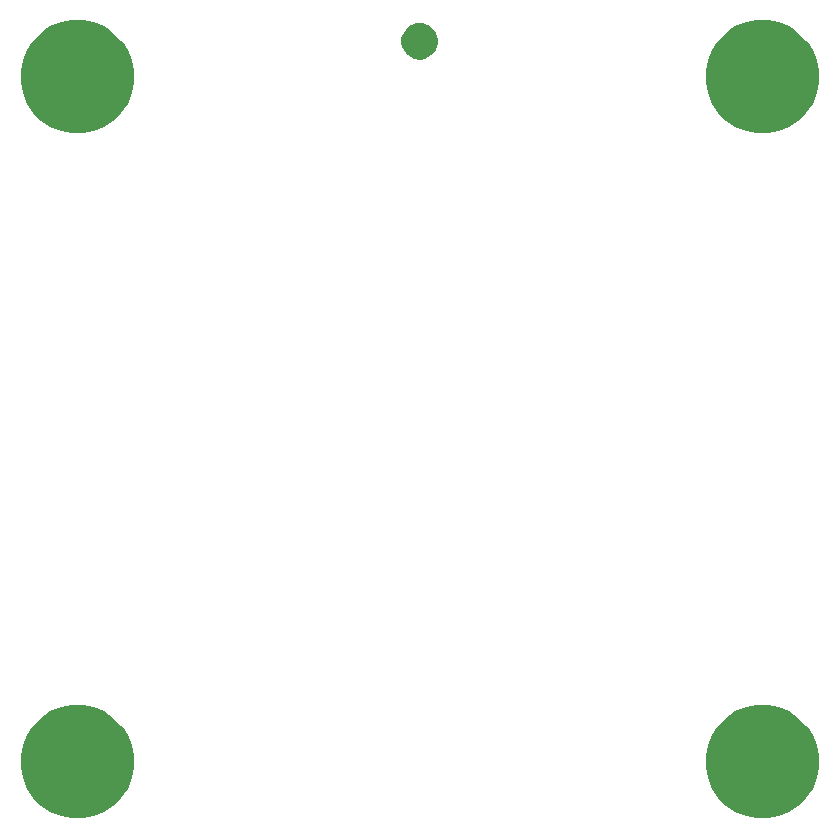
<source format=gbr>
G04 #@! TF.GenerationSoftware,KiCad,Pcbnew,5.1.5+dfsg1-2build2*
G04 #@! TF.CreationDate,2021-12-19T10:03:43+01:00*
G04 #@! TF.ProjectId,Drehko_large_Stator,44726568-6b6f-45f6-9c61-7267655f5374,1.0*
G04 #@! TF.SameCoordinates,Original*
G04 #@! TF.FileFunction,Soldermask,Top*
G04 #@! TF.FilePolarity,Negative*
%FSLAX46Y46*%
G04 Gerber Fmt 4.6, Leading zero omitted, Abs format (unit mm)*
G04 Created by KiCad (PCBNEW 5.1.5+dfsg1-2build2) date 2021-12-19 10:03:43*
%MOMM*%
%LPD*%
G04 APERTURE LIST*
%ADD10C,0.100000*%
G04 APERTURE END LIST*
D10*
G36*
X180400399Y-124383499D02*
G01*
X181274125Y-124745408D01*
X181274126Y-124745409D01*
X182060459Y-125270820D01*
X182729180Y-125939541D01*
X182835727Y-126099000D01*
X183254592Y-126725875D01*
X183616501Y-127599601D01*
X183801000Y-128527141D01*
X183801000Y-129472859D01*
X183616501Y-130400399D01*
X183254592Y-131274125D01*
X183254591Y-131274126D01*
X182729180Y-132060459D01*
X182060459Y-132729180D01*
X181535047Y-133080249D01*
X181274125Y-133254592D01*
X180400399Y-133616501D01*
X179472859Y-133801000D01*
X178527141Y-133801000D01*
X177599601Y-133616501D01*
X176725875Y-133254592D01*
X176464953Y-133080249D01*
X175939541Y-132729180D01*
X175270820Y-132060459D01*
X174745409Y-131274126D01*
X174745408Y-131274125D01*
X174383499Y-130400399D01*
X174199000Y-129472859D01*
X174199000Y-128527141D01*
X174383499Y-127599601D01*
X174745408Y-126725875D01*
X175164273Y-126099000D01*
X175270820Y-125939541D01*
X175939541Y-125270820D01*
X176725874Y-124745409D01*
X176725875Y-124745408D01*
X177599601Y-124383499D01*
X178527141Y-124199000D01*
X179472859Y-124199000D01*
X180400399Y-124383499D01*
G37*
G36*
X122400399Y-124383499D02*
G01*
X123274125Y-124745408D01*
X123274126Y-124745409D01*
X124060459Y-125270820D01*
X124729180Y-125939541D01*
X124835727Y-126099000D01*
X125254592Y-126725875D01*
X125616501Y-127599601D01*
X125801000Y-128527141D01*
X125801000Y-129472859D01*
X125616501Y-130400399D01*
X125254592Y-131274125D01*
X125254591Y-131274126D01*
X124729180Y-132060459D01*
X124060459Y-132729180D01*
X123535047Y-133080249D01*
X123274125Y-133254592D01*
X122400399Y-133616501D01*
X121472859Y-133801000D01*
X120527141Y-133801000D01*
X119599601Y-133616501D01*
X118725875Y-133254592D01*
X118464953Y-133080249D01*
X117939541Y-132729180D01*
X117270820Y-132060459D01*
X116745409Y-131274126D01*
X116745408Y-131274125D01*
X116383499Y-130400399D01*
X116199000Y-129472859D01*
X116199000Y-128527141D01*
X116383499Y-127599601D01*
X116745408Y-126725875D01*
X117164273Y-126099000D01*
X117270820Y-125939541D01*
X117939541Y-125270820D01*
X118725874Y-124745409D01*
X118725875Y-124745408D01*
X119599601Y-124383499D01*
X120527141Y-124199000D01*
X121472859Y-124199000D01*
X122400399Y-124383499D01*
G37*
G36*
X180400399Y-66383499D02*
G01*
X181274125Y-66745408D01*
X181535047Y-66919751D01*
X182060459Y-67270820D01*
X182729180Y-67939541D01*
X182835727Y-68099000D01*
X183254592Y-68725875D01*
X183616501Y-69599601D01*
X183801000Y-70527141D01*
X183801000Y-71472859D01*
X183616501Y-72400399D01*
X183254592Y-73274125D01*
X183254591Y-73274126D01*
X182729180Y-74060459D01*
X182060459Y-74729180D01*
X181535047Y-75080249D01*
X181274125Y-75254592D01*
X180400399Y-75616501D01*
X179472859Y-75801000D01*
X178527141Y-75801000D01*
X177599601Y-75616501D01*
X176725875Y-75254592D01*
X176464953Y-75080249D01*
X175939541Y-74729180D01*
X175270820Y-74060459D01*
X174745409Y-73274126D01*
X174745408Y-73274125D01*
X174383499Y-72400399D01*
X174199000Y-71472859D01*
X174199000Y-70527141D01*
X174383499Y-69599601D01*
X174745408Y-68725875D01*
X175164273Y-68099000D01*
X175270820Y-67939541D01*
X175939541Y-67270820D01*
X176464953Y-66919751D01*
X176725875Y-66745408D01*
X177599601Y-66383499D01*
X178527141Y-66199000D01*
X179472859Y-66199000D01*
X180400399Y-66383499D01*
G37*
G36*
X122400399Y-66383499D02*
G01*
X123274125Y-66745408D01*
X123535047Y-66919751D01*
X124060459Y-67270820D01*
X124729180Y-67939541D01*
X124835727Y-68099000D01*
X125254592Y-68725875D01*
X125616501Y-69599601D01*
X125801000Y-70527141D01*
X125801000Y-71472859D01*
X125616501Y-72400399D01*
X125254592Y-73274125D01*
X125254591Y-73274126D01*
X124729180Y-74060459D01*
X124060459Y-74729180D01*
X123535047Y-75080249D01*
X123274125Y-75254592D01*
X122400399Y-75616501D01*
X121472859Y-75801000D01*
X120527141Y-75801000D01*
X119599601Y-75616501D01*
X118725875Y-75254592D01*
X118464953Y-75080249D01*
X117939541Y-74729180D01*
X117270820Y-74060459D01*
X116745409Y-73274126D01*
X116745408Y-73274125D01*
X116383499Y-72400399D01*
X116199000Y-71472859D01*
X116199000Y-70527141D01*
X116383499Y-69599601D01*
X116745408Y-68725875D01*
X117164273Y-68099000D01*
X117270820Y-67939541D01*
X117939541Y-67270820D01*
X118464953Y-66919751D01*
X118725875Y-66745408D01*
X119599601Y-66383499D01*
X120527141Y-66199000D01*
X121472859Y-66199000D01*
X122400399Y-66383499D01*
G37*
G36*
X150302585Y-66478802D02*
G01*
X150452410Y-66508604D01*
X150734674Y-66625521D01*
X150988705Y-66795259D01*
X151204741Y-67011295D01*
X151374479Y-67265326D01*
X151491396Y-67547590D01*
X151551000Y-67847240D01*
X151551000Y-68152760D01*
X151491396Y-68452410D01*
X151374479Y-68734674D01*
X151204741Y-68988705D01*
X150988705Y-69204741D01*
X150734674Y-69374479D01*
X150452410Y-69491396D01*
X150302585Y-69521198D01*
X150152761Y-69551000D01*
X149847239Y-69551000D01*
X149697415Y-69521198D01*
X149547590Y-69491396D01*
X149265326Y-69374479D01*
X149011295Y-69204741D01*
X148795259Y-68988705D01*
X148625521Y-68734674D01*
X148508604Y-68452410D01*
X148449000Y-68152760D01*
X148449000Y-67847240D01*
X148508604Y-67547590D01*
X148625521Y-67265326D01*
X148795259Y-67011295D01*
X149011295Y-66795259D01*
X149265326Y-66625521D01*
X149547590Y-66508604D01*
X149697415Y-66478802D01*
X149847239Y-66449000D01*
X150152761Y-66449000D01*
X150302585Y-66478802D01*
G37*
M02*

</source>
